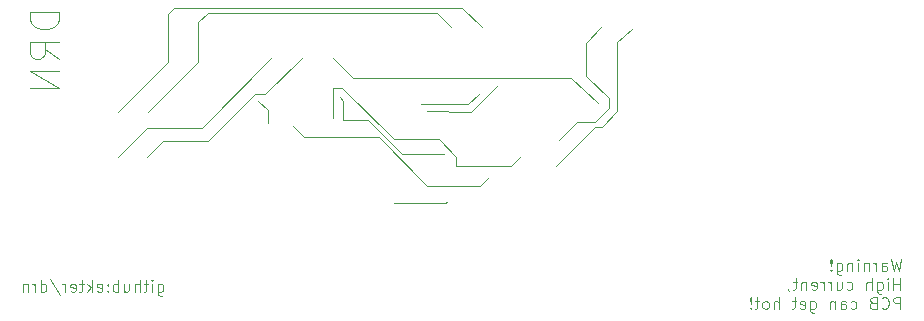
<source format=gbr>
%TF.GenerationSoftware,KiCad,Pcbnew,8.0.7-8.0.7-0~ubuntu24.04.1*%
%TF.CreationDate,2025-02-07T15:23:20+01:00*%
%TF.ProjectId,drn2,64726e32-2e6b-4696-9361-645f70636258,rev?*%
%TF.SameCoordinates,Original*%
%TF.FileFunction,Legend,Bot*%
%TF.FilePolarity,Positive*%
%FSLAX46Y46*%
G04 Gerber Fmt 4.6, Leading zero omitted, Abs format (unit mm)*
G04 Created by KiCad (PCBNEW 8.0.7-8.0.7-0~ubuntu24.04.1) date 2025-02-07 15:23:20*
%MOMM*%
%LPD*%
G01*
G04 APERTURE LIST*
%ADD10C,0.100000*%
G04 APERTURE END LIST*
D10*
X86317544Y-168205752D02*
X86317544Y-169015276D01*
X86317544Y-169015276D02*
X86365163Y-169110514D01*
X86365163Y-169110514D02*
X86412782Y-169158133D01*
X86412782Y-169158133D02*
X86508020Y-169205752D01*
X86508020Y-169205752D02*
X86650877Y-169205752D01*
X86650877Y-169205752D02*
X86746115Y-169158133D01*
X86317544Y-168824800D02*
X86412782Y-168872419D01*
X86412782Y-168872419D02*
X86603258Y-168872419D01*
X86603258Y-168872419D02*
X86698496Y-168824800D01*
X86698496Y-168824800D02*
X86746115Y-168777180D01*
X86746115Y-168777180D02*
X86793734Y-168681942D01*
X86793734Y-168681942D02*
X86793734Y-168396228D01*
X86793734Y-168396228D02*
X86746115Y-168300990D01*
X86746115Y-168300990D02*
X86698496Y-168253371D01*
X86698496Y-168253371D02*
X86603258Y-168205752D01*
X86603258Y-168205752D02*
X86412782Y-168205752D01*
X86412782Y-168205752D02*
X86317544Y-168253371D01*
X85841353Y-168872419D02*
X85841353Y-168205752D01*
X85841353Y-167872419D02*
X85888972Y-167920038D01*
X85888972Y-167920038D02*
X85841353Y-167967657D01*
X85841353Y-167967657D02*
X85793734Y-167920038D01*
X85793734Y-167920038D02*
X85841353Y-167872419D01*
X85841353Y-167872419D02*
X85841353Y-167967657D01*
X85508020Y-168205752D02*
X85127068Y-168205752D01*
X85365163Y-167872419D02*
X85365163Y-168729561D01*
X85365163Y-168729561D02*
X85317544Y-168824800D01*
X85317544Y-168824800D02*
X85222306Y-168872419D01*
X85222306Y-168872419D02*
X85127068Y-168872419D01*
X84793734Y-168872419D02*
X84793734Y-167872419D01*
X84365163Y-168872419D02*
X84365163Y-168348609D01*
X84365163Y-168348609D02*
X84412782Y-168253371D01*
X84412782Y-168253371D02*
X84508020Y-168205752D01*
X84508020Y-168205752D02*
X84650877Y-168205752D01*
X84650877Y-168205752D02*
X84746115Y-168253371D01*
X84746115Y-168253371D02*
X84793734Y-168300990D01*
X83460401Y-168205752D02*
X83460401Y-168872419D01*
X83888972Y-168205752D02*
X83888972Y-168729561D01*
X83888972Y-168729561D02*
X83841353Y-168824800D01*
X83841353Y-168824800D02*
X83746115Y-168872419D01*
X83746115Y-168872419D02*
X83603258Y-168872419D01*
X83603258Y-168872419D02*
X83508020Y-168824800D01*
X83508020Y-168824800D02*
X83460401Y-168777180D01*
X82984210Y-168872419D02*
X82984210Y-167872419D01*
X82984210Y-168253371D02*
X82888972Y-168205752D01*
X82888972Y-168205752D02*
X82698496Y-168205752D01*
X82698496Y-168205752D02*
X82603258Y-168253371D01*
X82603258Y-168253371D02*
X82555639Y-168300990D01*
X82555639Y-168300990D02*
X82508020Y-168396228D01*
X82508020Y-168396228D02*
X82508020Y-168681942D01*
X82508020Y-168681942D02*
X82555639Y-168777180D01*
X82555639Y-168777180D02*
X82603258Y-168824800D01*
X82603258Y-168824800D02*
X82698496Y-168872419D01*
X82698496Y-168872419D02*
X82888972Y-168872419D01*
X82888972Y-168872419D02*
X82984210Y-168824800D01*
X82079448Y-168777180D02*
X82031829Y-168824800D01*
X82031829Y-168824800D02*
X82079448Y-168872419D01*
X82079448Y-168872419D02*
X82127067Y-168824800D01*
X82127067Y-168824800D02*
X82079448Y-168777180D01*
X82079448Y-168777180D02*
X82079448Y-168872419D01*
X82079448Y-168253371D02*
X82031829Y-168300990D01*
X82031829Y-168300990D02*
X82079448Y-168348609D01*
X82079448Y-168348609D02*
X82127067Y-168300990D01*
X82127067Y-168300990D02*
X82079448Y-168253371D01*
X82079448Y-168253371D02*
X82079448Y-168348609D01*
X81222306Y-168824800D02*
X81317544Y-168872419D01*
X81317544Y-168872419D02*
X81508020Y-168872419D01*
X81508020Y-168872419D02*
X81603258Y-168824800D01*
X81603258Y-168824800D02*
X81650877Y-168729561D01*
X81650877Y-168729561D02*
X81650877Y-168348609D01*
X81650877Y-168348609D02*
X81603258Y-168253371D01*
X81603258Y-168253371D02*
X81508020Y-168205752D01*
X81508020Y-168205752D02*
X81317544Y-168205752D01*
X81317544Y-168205752D02*
X81222306Y-168253371D01*
X81222306Y-168253371D02*
X81174687Y-168348609D01*
X81174687Y-168348609D02*
X81174687Y-168443847D01*
X81174687Y-168443847D02*
X81650877Y-168539085D01*
X80746115Y-168872419D02*
X80746115Y-167872419D01*
X80650877Y-168491466D02*
X80365163Y-168872419D01*
X80365163Y-168205752D02*
X80746115Y-168586704D01*
X80079448Y-168205752D02*
X79698496Y-168205752D01*
X79936591Y-167872419D02*
X79936591Y-168729561D01*
X79936591Y-168729561D02*
X79888972Y-168824800D01*
X79888972Y-168824800D02*
X79793734Y-168872419D01*
X79793734Y-168872419D02*
X79698496Y-168872419D01*
X78984210Y-168824800D02*
X79079448Y-168872419D01*
X79079448Y-168872419D02*
X79269924Y-168872419D01*
X79269924Y-168872419D02*
X79365162Y-168824800D01*
X79365162Y-168824800D02*
X79412781Y-168729561D01*
X79412781Y-168729561D02*
X79412781Y-168348609D01*
X79412781Y-168348609D02*
X79365162Y-168253371D01*
X79365162Y-168253371D02*
X79269924Y-168205752D01*
X79269924Y-168205752D02*
X79079448Y-168205752D01*
X79079448Y-168205752D02*
X78984210Y-168253371D01*
X78984210Y-168253371D02*
X78936591Y-168348609D01*
X78936591Y-168348609D02*
X78936591Y-168443847D01*
X78936591Y-168443847D02*
X79412781Y-168539085D01*
X78508019Y-168872419D02*
X78508019Y-168205752D01*
X78508019Y-168396228D02*
X78460400Y-168300990D01*
X78460400Y-168300990D02*
X78412781Y-168253371D01*
X78412781Y-168253371D02*
X78317543Y-168205752D01*
X78317543Y-168205752D02*
X78222305Y-168205752D01*
X77174686Y-167824800D02*
X78031828Y-169110514D01*
X76412781Y-168872419D02*
X76412781Y-167872419D01*
X76412781Y-168824800D02*
X76508019Y-168872419D01*
X76508019Y-168872419D02*
X76698495Y-168872419D01*
X76698495Y-168872419D02*
X76793733Y-168824800D01*
X76793733Y-168824800D02*
X76841352Y-168777180D01*
X76841352Y-168777180D02*
X76888971Y-168681942D01*
X76888971Y-168681942D02*
X76888971Y-168396228D01*
X76888971Y-168396228D02*
X76841352Y-168300990D01*
X76841352Y-168300990D02*
X76793733Y-168253371D01*
X76793733Y-168253371D02*
X76698495Y-168205752D01*
X76698495Y-168205752D02*
X76508019Y-168205752D01*
X76508019Y-168205752D02*
X76412781Y-168253371D01*
X75936590Y-168872419D02*
X75936590Y-168205752D01*
X75936590Y-168396228D02*
X75888971Y-168300990D01*
X75888971Y-168300990D02*
X75841352Y-168253371D01*
X75841352Y-168253371D02*
X75746114Y-168205752D01*
X75746114Y-168205752D02*
X75650876Y-168205752D01*
X75317542Y-168205752D02*
X75317542Y-168872419D01*
X75317542Y-168300990D02*
X75269923Y-168253371D01*
X75269923Y-168253371D02*
X75174685Y-168205752D01*
X75174685Y-168205752D02*
X75031828Y-168205752D01*
X75031828Y-168205752D02*
X74936590Y-168253371D01*
X74936590Y-168253371D02*
X74888971Y-168348609D01*
X74888971Y-168348609D02*
X74888971Y-168872419D01*
X149291353Y-166102531D02*
X149053258Y-167102531D01*
X149053258Y-167102531D02*
X148862782Y-166388245D01*
X148862782Y-166388245D02*
X148672306Y-167102531D01*
X148672306Y-167102531D02*
X148434211Y-166102531D01*
X147624687Y-167102531D02*
X147624687Y-166578721D01*
X147624687Y-166578721D02*
X147672306Y-166483483D01*
X147672306Y-166483483D02*
X147767544Y-166435864D01*
X147767544Y-166435864D02*
X147958020Y-166435864D01*
X147958020Y-166435864D02*
X148053258Y-166483483D01*
X147624687Y-167054912D02*
X147719925Y-167102531D01*
X147719925Y-167102531D02*
X147958020Y-167102531D01*
X147958020Y-167102531D02*
X148053258Y-167054912D01*
X148053258Y-167054912D02*
X148100877Y-166959673D01*
X148100877Y-166959673D02*
X148100877Y-166864435D01*
X148100877Y-166864435D02*
X148053258Y-166769197D01*
X148053258Y-166769197D02*
X147958020Y-166721578D01*
X147958020Y-166721578D02*
X147719925Y-166721578D01*
X147719925Y-166721578D02*
X147624687Y-166673959D01*
X147148496Y-167102531D02*
X147148496Y-166435864D01*
X147148496Y-166626340D02*
X147100877Y-166531102D01*
X147100877Y-166531102D02*
X147053258Y-166483483D01*
X147053258Y-166483483D02*
X146958020Y-166435864D01*
X146958020Y-166435864D02*
X146862782Y-166435864D01*
X146529448Y-166435864D02*
X146529448Y-167102531D01*
X146529448Y-166531102D02*
X146481829Y-166483483D01*
X146481829Y-166483483D02*
X146386591Y-166435864D01*
X146386591Y-166435864D02*
X146243734Y-166435864D01*
X146243734Y-166435864D02*
X146148496Y-166483483D01*
X146148496Y-166483483D02*
X146100877Y-166578721D01*
X146100877Y-166578721D02*
X146100877Y-167102531D01*
X145624686Y-167102531D02*
X145624686Y-166435864D01*
X145624686Y-166102531D02*
X145672305Y-166150150D01*
X145672305Y-166150150D02*
X145624686Y-166197769D01*
X145624686Y-166197769D02*
X145577067Y-166150150D01*
X145577067Y-166150150D02*
X145624686Y-166102531D01*
X145624686Y-166102531D02*
X145624686Y-166197769D01*
X145148496Y-166435864D02*
X145148496Y-167102531D01*
X145148496Y-166531102D02*
X145100877Y-166483483D01*
X145100877Y-166483483D02*
X145005639Y-166435864D01*
X145005639Y-166435864D02*
X144862782Y-166435864D01*
X144862782Y-166435864D02*
X144767544Y-166483483D01*
X144767544Y-166483483D02*
X144719925Y-166578721D01*
X144719925Y-166578721D02*
X144719925Y-167102531D01*
X143815163Y-166435864D02*
X143815163Y-167245388D01*
X143815163Y-167245388D02*
X143862782Y-167340626D01*
X143862782Y-167340626D02*
X143910401Y-167388245D01*
X143910401Y-167388245D02*
X144005639Y-167435864D01*
X144005639Y-167435864D02*
X144148496Y-167435864D01*
X144148496Y-167435864D02*
X144243734Y-167388245D01*
X143815163Y-167054912D02*
X143910401Y-167102531D01*
X143910401Y-167102531D02*
X144100877Y-167102531D01*
X144100877Y-167102531D02*
X144196115Y-167054912D01*
X144196115Y-167054912D02*
X144243734Y-167007292D01*
X144243734Y-167007292D02*
X144291353Y-166912054D01*
X144291353Y-166912054D02*
X144291353Y-166626340D01*
X144291353Y-166626340D02*
X144243734Y-166531102D01*
X144243734Y-166531102D02*
X144196115Y-166483483D01*
X144196115Y-166483483D02*
X144100877Y-166435864D01*
X144100877Y-166435864D02*
X143910401Y-166435864D01*
X143910401Y-166435864D02*
X143815163Y-166483483D01*
X143338972Y-167007292D02*
X143291353Y-167054912D01*
X143291353Y-167054912D02*
X143338972Y-167102531D01*
X143338972Y-167102531D02*
X143386591Y-167054912D01*
X143386591Y-167054912D02*
X143338972Y-167007292D01*
X143338972Y-167007292D02*
X143338972Y-167102531D01*
X143338972Y-166721578D02*
X143386591Y-166150150D01*
X143386591Y-166150150D02*
X143338972Y-166102531D01*
X143338972Y-166102531D02*
X143291353Y-166150150D01*
X143291353Y-166150150D02*
X143338972Y-166721578D01*
X143338972Y-166721578D02*
X143338972Y-166102531D01*
X149196115Y-168712475D02*
X149196115Y-167712475D01*
X149196115Y-168188665D02*
X148624687Y-168188665D01*
X148624687Y-168712475D02*
X148624687Y-167712475D01*
X148148496Y-168712475D02*
X148148496Y-168045808D01*
X148148496Y-167712475D02*
X148196115Y-167760094D01*
X148196115Y-167760094D02*
X148148496Y-167807713D01*
X148148496Y-167807713D02*
X148100877Y-167760094D01*
X148100877Y-167760094D02*
X148148496Y-167712475D01*
X148148496Y-167712475D02*
X148148496Y-167807713D01*
X147243735Y-168045808D02*
X147243735Y-168855332D01*
X147243735Y-168855332D02*
X147291354Y-168950570D01*
X147291354Y-168950570D02*
X147338973Y-168998189D01*
X147338973Y-168998189D02*
X147434211Y-169045808D01*
X147434211Y-169045808D02*
X147577068Y-169045808D01*
X147577068Y-169045808D02*
X147672306Y-168998189D01*
X147243735Y-168664856D02*
X147338973Y-168712475D01*
X147338973Y-168712475D02*
X147529449Y-168712475D01*
X147529449Y-168712475D02*
X147624687Y-168664856D01*
X147624687Y-168664856D02*
X147672306Y-168617236D01*
X147672306Y-168617236D02*
X147719925Y-168521998D01*
X147719925Y-168521998D02*
X147719925Y-168236284D01*
X147719925Y-168236284D02*
X147672306Y-168141046D01*
X147672306Y-168141046D02*
X147624687Y-168093427D01*
X147624687Y-168093427D02*
X147529449Y-168045808D01*
X147529449Y-168045808D02*
X147338973Y-168045808D01*
X147338973Y-168045808D02*
X147243735Y-168093427D01*
X146767544Y-168712475D02*
X146767544Y-167712475D01*
X146338973Y-168712475D02*
X146338973Y-168188665D01*
X146338973Y-168188665D02*
X146386592Y-168093427D01*
X146386592Y-168093427D02*
X146481830Y-168045808D01*
X146481830Y-168045808D02*
X146624687Y-168045808D01*
X146624687Y-168045808D02*
X146719925Y-168093427D01*
X146719925Y-168093427D02*
X146767544Y-168141046D01*
X144672306Y-168664856D02*
X144767544Y-168712475D01*
X144767544Y-168712475D02*
X144958020Y-168712475D01*
X144958020Y-168712475D02*
X145053258Y-168664856D01*
X145053258Y-168664856D02*
X145100877Y-168617236D01*
X145100877Y-168617236D02*
X145148496Y-168521998D01*
X145148496Y-168521998D02*
X145148496Y-168236284D01*
X145148496Y-168236284D02*
X145100877Y-168141046D01*
X145100877Y-168141046D02*
X145053258Y-168093427D01*
X145053258Y-168093427D02*
X144958020Y-168045808D01*
X144958020Y-168045808D02*
X144767544Y-168045808D01*
X144767544Y-168045808D02*
X144672306Y-168093427D01*
X143815163Y-168045808D02*
X143815163Y-168712475D01*
X144243734Y-168045808D02*
X144243734Y-168569617D01*
X144243734Y-168569617D02*
X144196115Y-168664856D01*
X144196115Y-168664856D02*
X144100877Y-168712475D01*
X144100877Y-168712475D02*
X143958020Y-168712475D01*
X143958020Y-168712475D02*
X143862782Y-168664856D01*
X143862782Y-168664856D02*
X143815163Y-168617236D01*
X143338972Y-168712475D02*
X143338972Y-168045808D01*
X143338972Y-168236284D02*
X143291353Y-168141046D01*
X143291353Y-168141046D02*
X143243734Y-168093427D01*
X143243734Y-168093427D02*
X143148496Y-168045808D01*
X143148496Y-168045808D02*
X143053258Y-168045808D01*
X142719924Y-168712475D02*
X142719924Y-168045808D01*
X142719924Y-168236284D02*
X142672305Y-168141046D01*
X142672305Y-168141046D02*
X142624686Y-168093427D01*
X142624686Y-168093427D02*
X142529448Y-168045808D01*
X142529448Y-168045808D02*
X142434210Y-168045808D01*
X141719924Y-168664856D02*
X141815162Y-168712475D01*
X141815162Y-168712475D02*
X142005638Y-168712475D01*
X142005638Y-168712475D02*
X142100876Y-168664856D01*
X142100876Y-168664856D02*
X142148495Y-168569617D01*
X142148495Y-168569617D02*
X142148495Y-168188665D01*
X142148495Y-168188665D02*
X142100876Y-168093427D01*
X142100876Y-168093427D02*
X142005638Y-168045808D01*
X142005638Y-168045808D02*
X141815162Y-168045808D01*
X141815162Y-168045808D02*
X141719924Y-168093427D01*
X141719924Y-168093427D02*
X141672305Y-168188665D01*
X141672305Y-168188665D02*
X141672305Y-168283903D01*
X141672305Y-168283903D02*
X142148495Y-168379141D01*
X141243733Y-168045808D02*
X141243733Y-168712475D01*
X141243733Y-168141046D02*
X141196114Y-168093427D01*
X141196114Y-168093427D02*
X141100876Y-168045808D01*
X141100876Y-168045808D02*
X140958019Y-168045808D01*
X140958019Y-168045808D02*
X140862781Y-168093427D01*
X140862781Y-168093427D02*
X140815162Y-168188665D01*
X140815162Y-168188665D02*
X140815162Y-168712475D01*
X140481828Y-168045808D02*
X140100876Y-168045808D01*
X140338971Y-167712475D02*
X140338971Y-168569617D01*
X140338971Y-168569617D02*
X140291352Y-168664856D01*
X140291352Y-168664856D02*
X140196114Y-168712475D01*
X140196114Y-168712475D02*
X140100876Y-168712475D01*
X139719923Y-168664856D02*
X139719923Y-168712475D01*
X139719923Y-168712475D02*
X139767542Y-168807713D01*
X139767542Y-168807713D02*
X139815161Y-168855332D01*
X149196115Y-170322419D02*
X149196115Y-169322419D01*
X149196115Y-169322419D02*
X148815163Y-169322419D01*
X148815163Y-169322419D02*
X148719925Y-169370038D01*
X148719925Y-169370038D02*
X148672306Y-169417657D01*
X148672306Y-169417657D02*
X148624687Y-169512895D01*
X148624687Y-169512895D02*
X148624687Y-169655752D01*
X148624687Y-169655752D02*
X148672306Y-169750990D01*
X148672306Y-169750990D02*
X148719925Y-169798609D01*
X148719925Y-169798609D02*
X148815163Y-169846228D01*
X148815163Y-169846228D02*
X149196115Y-169846228D01*
X147624687Y-170227180D02*
X147672306Y-170274800D01*
X147672306Y-170274800D02*
X147815163Y-170322419D01*
X147815163Y-170322419D02*
X147910401Y-170322419D01*
X147910401Y-170322419D02*
X148053258Y-170274800D01*
X148053258Y-170274800D02*
X148148496Y-170179561D01*
X148148496Y-170179561D02*
X148196115Y-170084323D01*
X148196115Y-170084323D02*
X148243734Y-169893847D01*
X148243734Y-169893847D02*
X148243734Y-169750990D01*
X148243734Y-169750990D02*
X148196115Y-169560514D01*
X148196115Y-169560514D02*
X148148496Y-169465276D01*
X148148496Y-169465276D02*
X148053258Y-169370038D01*
X148053258Y-169370038D02*
X147910401Y-169322419D01*
X147910401Y-169322419D02*
X147815163Y-169322419D01*
X147815163Y-169322419D02*
X147672306Y-169370038D01*
X147672306Y-169370038D02*
X147624687Y-169417657D01*
X146862782Y-169798609D02*
X146719925Y-169846228D01*
X146719925Y-169846228D02*
X146672306Y-169893847D01*
X146672306Y-169893847D02*
X146624687Y-169989085D01*
X146624687Y-169989085D02*
X146624687Y-170131942D01*
X146624687Y-170131942D02*
X146672306Y-170227180D01*
X146672306Y-170227180D02*
X146719925Y-170274800D01*
X146719925Y-170274800D02*
X146815163Y-170322419D01*
X146815163Y-170322419D02*
X147196115Y-170322419D01*
X147196115Y-170322419D02*
X147196115Y-169322419D01*
X147196115Y-169322419D02*
X146862782Y-169322419D01*
X146862782Y-169322419D02*
X146767544Y-169370038D01*
X146767544Y-169370038D02*
X146719925Y-169417657D01*
X146719925Y-169417657D02*
X146672306Y-169512895D01*
X146672306Y-169512895D02*
X146672306Y-169608133D01*
X146672306Y-169608133D02*
X146719925Y-169703371D01*
X146719925Y-169703371D02*
X146767544Y-169750990D01*
X146767544Y-169750990D02*
X146862782Y-169798609D01*
X146862782Y-169798609D02*
X147196115Y-169798609D01*
X145005639Y-170274800D02*
X145100877Y-170322419D01*
X145100877Y-170322419D02*
X145291353Y-170322419D01*
X145291353Y-170322419D02*
X145386591Y-170274800D01*
X145386591Y-170274800D02*
X145434210Y-170227180D01*
X145434210Y-170227180D02*
X145481829Y-170131942D01*
X145481829Y-170131942D02*
X145481829Y-169846228D01*
X145481829Y-169846228D02*
X145434210Y-169750990D01*
X145434210Y-169750990D02*
X145386591Y-169703371D01*
X145386591Y-169703371D02*
X145291353Y-169655752D01*
X145291353Y-169655752D02*
X145100877Y-169655752D01*
X145100877Y-169655752D02*
X145005639Y-169703371D01*
X144148496Y-170322419D02*
X144148496Y-169798609D01*
X144148496Y-169798609D02*
X144196115Y-169703371D01*
X144196115Y-169703371D02*
X144291353Y-169655752D01*
X144291353Y-169655752D02*
X144481829Y-169655752D01*
X144481829Y-169655752D02*
X144577067Y-169703371D01*
X144148496Y-170274800D02*
X144243734Y-170322419D01*
X144243734Y-170322419D02*
X144481829Y-170322419D01*
X144481829Y-170322419D02*
X144577067Y-170274800D01*
X144577067Y-170274800D02*
X144624686Y-170179561D01*
X144624686Y-170179561D02*
X144624686Y-170084323D01*
X144624686Y-170084323D02*
X144577067Y-169989085D01*
X144577067Y-169989085D02*
X144481829Y-169941466D01*
X144481829Y-169941466D02*
X144243734Y-169941466D01*
X144243734Y-169941466D02*
X144148496Y-169893847D01*
X143672305Y-169655752D02*
X143672305Y-170322419D01*
X143672305Y-169750990D02*
X143624686Y-169703371D01*
X143624686Y-169703371D02*
X143529448Y-169655752D01*
X143529448Y-169655752D02*
X143386591Y-169655752D01*
X143386591Y-169655752D02*
X143291353Y-169703371D01*
X143291353Y-169703371D02*
X143243734Y-169798609D01*
X143243734Y-169798609D02*
X143243734Y-170322419D01*
X141577067Y-169655752D02*
X141577067Y-170465276D01*
X141577067Y-170465276D02*
X141624686Y-170560514D01*
X141624686Y-170560514D02*
X141672305Y-170608133D01*
X141672305Y-170608133D02*
X141767543Y-170655752D01*
X141767543Y-170655752D02*
X141910400Y-170655752D01*
X141910400Y-170655752D02*
X142005638Y-170608133D01*
X141577067Y-170274800D02*
X141672305Y-170322419D01*
X141672305Y-170322419D02*
X141862781Y-170322419D01*
X141862781Y-170322419D02*
X141958019Y-170274800D01*
X141958019Y-170274800D02*
X142005638Y-170227180D01*
X142005638Y-170227180D02*
X142053257Y-170131942D01*
X142053257Y-170131942D02*
X142053257Y-169846228D01*
X142053257Y-169846228D02*
X142005638Y-169750990D01*
X142005638Y-169750990D02*
X141958019Y-169703371D01*
X141958019Y-169703371D02*
X141862781Y-169655752D01*
X141862781Y-169655752D02*
X141672305Y-169655752D01*
X141672305Y-169655752D02*
X141577067Y-169703371D01*
X140719924Y-170274800D02*
X140815162Y-170322419D01*
X140815162Y-170322419D02*
X141005638Y-170322419D01*
X141005638Y-170322419D02*
X141100876Y-170274800D01*
X141100876Y-170274800D02*
X141148495Y-170179561D01*
X141148495Y-170179561D02*
X141148495Y-169798609D01*
X141148495Y-169798609D02*
X141100876Y-169703371D01*
X141100876Y-169703371D02*
X141005638Y-169655752D01*
X141005638Y-169655752D02*
X140815162Y-169655752D01*
X140815162Y-169655752D02*
X140719924Y-169703371D01*
X140719924Y-169703371D02*
X140672305Y-169798609D01*
X140672305Y-169798609D02*
X140672305Y-169893847D01*
X140672305Y-169893847D02*
X141148495Y-169989085D01*
X140386590Y-169655752D02*
X140005638Y-169655752D01*
X140243733Y-169322419D02*
X140243733Y-170179561D01*
X140243733Y-170179561D02*
X140196114Y-170274800D01*
X140196114Y-170274800D02*
X140100876Y-170322419D01*
X140100876Y-170322419D02*
X140005638Y-170322419D01*
X138910399Y-170322419D02*
X138910399Y-169322419D01*
X138481828Y-170322419D02*
X138481828Y-169798609D01*
X138481828Y-169798609D02*
X138529447Y-169703371D01*
X138529447Y-169703371D02*
X138624685Y-169655752D01*
X138624685Y-169655752D02*
X138767542Y-169655752D01*
X138767542Y-169655752D02*
X138862780Y-169703371D01*
X138862780Y-169703371D02*
X138910399Y-169750990D01*
X137862780Y-170322419D02*
X137958018Y-170274800D01*
X137958018Y-170274800D02*
X138005637Y-170227180D01*
X138005637Y-170227180D02*
X138053256Y-170131942D01*
X138053256Y-170131942D02*
X138053256Y-169846228D01*
X138053256Y-169846228D02*
X138005637Y-169750990D01*
X138005637Y-169750990D02*
X137958018Y-169703371D01*
X137958018Y-169703371D02*
X137862780Y-169655752D01*
X137862780Y-169655752D02*
X137719923Y-169655752D01*
X137719923Y-169655752D02*
X137624685Y-169703371D01*
X137624685Y-169703371D02*
X137577066Y-169750990D01*
X137577066Y-169750990D02*
X137529447Y-169846228D01*
X137529447Y-169846228D02*
X137529447Y-170131942D01*
X137529447Y-170131942D02*
X137577066Y-170227180D01*
X137577066Y-170227180D02*
X137624685Y-170274800D01*
X137624685Y-170274800D02*
X137719923Y-170322419D01*
X137719923Y-170322419D02*
X137862780Y-170322419D01*
X137243732Y-169655752D02*
X136862780Y-169655752D01*
X137100875Y-169322419D02*
X137100875Y-170179561D01*
X137100875Y-170179561D02*
X137053256Y-170274800D01*
X137053256Y-170274800D02*
X136958018Y-170322419D01*
X136958018Y-170322419D02*
X136862780Y-170322419D01*
X136529446Y-170227180D02*
X136481827Y-170274800D01*
X136481827Y-170274800D02*
X136529446Y-170322419D01*
X136529446Y-170322419D02*
X136577065Y-170274800D01*
X136577065Y-170274800D02*
X136529446Y-170227180D01*
X136529446Y-170227180D02*
X136529446Y-170322419D01*
X136529446Y-169941466D02*
X136577065Y-169370038D01*
X136577065Y-169370038D02*
X136529446Y-169322419D01*
X136529446Y-169322419D02*
X136481827Y-169370038D01*
X136481827Y-169370038D02*
X136529446Y-169941466D01*
X136529446Y-169941466D02*
X136529446Y-169322419D01*
X110000000Y-145250000D02*
X111200000Y-146450000D01*
X90550000Y-145250000D02*
X110000000Y-145250000D01*
X89750000Y-146050000D02*
X90550000Y-145250000D01*
X89700000Y-149450000D02*
X89750000Y-146050000D01*
X85500000Y-153650000D02*
X89700000Y-149450000D01*
X87200000Y-149450000D02*
X83000000Y-153700000D01*
X87200000Y-145400000D02*
X87200000Y-149450000D01*
X87750000Y-144850000D02*
X87200000Y-145400000D01*
X112100000Y-144850000D02*
X87750000Y-144850000D01*
X113800000Y-146450000D02*
X112100000Y-144850000D01*
X90050000Y-155000000D02*
X95950000Y-149100000D01*
X85450000Y-155000000D02*
X90050000Y-155000000D01*
X82950000Y-157450000D02*
X85450000Y-155000000D01*
X86800000Y-156150000D02*
X85450000Y-157450000D01*
X90600000Y-156150000D02*
X86800000Y-156150000D01*
X94600000Y-152150000D02*
X90600000Y-156150000D01*
X95450000Y-152150000D02*
X94600000Y-152150000D01*
X98550000Y-149050000D02*
X95450000Y-152150000D01*
X95650000Y-153500000D02*
X94850000Y-152700000D01*
X95650000Y-154550000D02*
X95650000Y-153500000D01*
X110650000Y-161400000D02*
X106300000Y-161400000D01*
X110850000Y-161250000D02*
X110650000Y-161400000D01*
X113600000Y-159900000D02*
X114350000Y-159150000D01*
X109150000Y-159900000D02*
X113600000Y-159900000D01*
X105050000Y-155800000D02*
X109150000Y-159900000D01*
X98750000Y-155800000D02*
X105050000Y-155800000D01*
X97800000Y-154850000D02*
X98750000Y-155800000D01*
X107000000Y-157200000D02*
X110550000Y-157200000D01*
X104100000Y-154300000D02*
X107000000Y-157200000D01*
X102000000Y-154300000D02*
X104100000Y-154300000D01*
X102000000Y-152700000D02*
X102000000Y-154300000D01*
X101750000Y-152400000D02*
X102000000Y-152700000D01*
X101150000Y-151600000D02*
X101150000Y-154200000D01*
X101950000Y-151600000D02*
X101150000Y-151600000D01*
X106350000Y-155950000D02*
X101950000Y-151600000D01*
X110150000Y-155950000D02*
X106350000Y-155950000D01*
X111600000Y-157500000D02*
X110150000Y-155950000D01*
X111600000Y-158200000D02*
X111600000Y-157500000D01*
X116200000Y-158200000D02*
X111600000Y-158200000D01*
X117100000Y-157400000D02*
X116200000Y-158200000D01*
X112600000Y-153000000D02*
X108600000Y-153000000D01*
X113500000Y-152100000D02*
X112600000Y-153000000D01*
X112850000Y-153650000D02*
X109100000Y-153600000D01*
X115100000Y-151400000D02*
X112850000Y-153650000D01*
X102850000Y-150800000D02*
X101150000Y-149100000D01*
X121350000Y-150750000D02*
X102850000Y-150800000D01*
X123600000Y-152900000D02*
X121350000Y-150750000D01*
X122600000Y-147800000D02*
X123900000Y-146500000D01*
X122600000Y-150600000D02*
X122600000Y-147800000D01*
X124500000Y-152500000D02*
X122600000Y-150600000D01*
X124500000Y-153300000D02*
X124500000Y-152500000D01*
X123350000Y-154500000D02*
X124500000Y-153300000D01*
X121800000Y-154500000D02*
X123350000Y-154500000D01*
X120300000Y-156050000D02*
X121800000Y-154500000D01*
X123350000Y-154900000D02*
X120050000Y-158250000D01*
X123950000Y-154900000D02*
X123350000Y-154900000D01*
X125250000Y-153600000D02*
X123950000Y-154900000D01*
X125250000Y-147750000D02*
X125250000Y-153600000D01*
X126500000Y-146600000D02*
X125250000Y-147750000D01*
X77988847Y-145211027D02*
X75488847Y-145211027D01*
X75488847Y-145211027D02*
X75488847Y-145806265D01*
X75488847Y-145806265D02*
X75607895Y-146163408D01*
X75607895Y-146163408D02*
X75845990Y-146401503D01*
X75845990Y-146401503D02*
X76084085Y-146520550D01*
X76084085Y-146520550D02*
X76560276Y-146639598D01*
X76560276Y-146639598D02*
X76917419Y-146639598D01*
X76917419Y-146639598D02*
X77393609Y-146520550D01*
X77393609Y-146520550D02*
X77631704Y-146401503D01*
X77631704Y-146401503D02*
X77869800Y-146163408D01*
X77869800Y-146163408D02*
X77988847Y-145806265D01*
X77988847Y-145806265D02*
X77988847Y-145211027D01*
X77988847Y-149139598D02*
X76798371Y-148306265D01*
X77988847Y-147711027D02*
X75488847Y-147711027D01*
X75488847Y-147711027D02*
X75488847Y-148663408D01*
X75488847Y-148663408D02*
X75607895Y-148901503D01*
X75607895Y-148901503D02*
X75726942Y-149020550D01*
X75726942Y-149020550D02*
X75965038Y-149139598D01*
X75965038Y-149139598D02*
X76322180Y-149139598D01*
X76322180Y-149139598D02*
X76560276Y-149020550D01*
X76560276Y-149020550D02*
X76679323Y-148901503D01*
X76679323Y-148901503D02*
X76798371Y-148663408D01*
X76798371Y-148663408D02*
X76798371Y-147711027D01*
X77988847Y-150211027D02*
X75488847Y-150211027D01*
X75488847Y-150211027D02*
X77988847Y-151639598D01*
X77988847Y-151639598D02*
X75488847Y-151639598D01*
M02*

</source>
